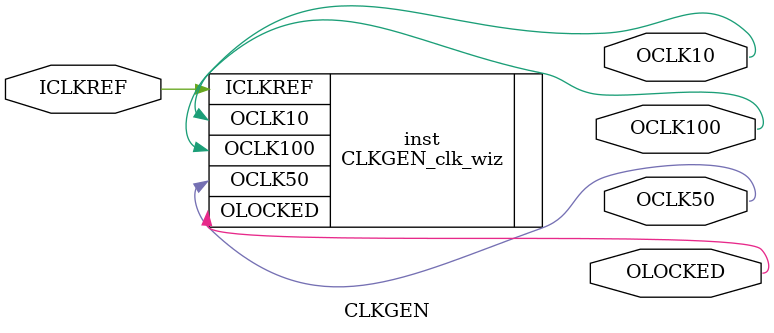
<source format=v>


`timescale 1ps/1ps

(* CORE_GENERATION_INFO = "CLKGEN,clk_wiz_v6_0_0_0,{component_name=CLKGEN,use_phase_alignment=true,use_min_o_jitter=false,use_max_i_jitter=false,use_dyn_phase_shift=false,use_inclk_switchover=false,use_dyn_reconfig=false,enable_axi=0,feedback_source=FDBK_AUTO,PRIMITIVE=MMCM,num_out_clk=3,clkin1_period=83.333,clkin2_period=10.0,use_power_down=false,use_reset=false,use_locked=true,use_inclk_stopped=false,feedback_type=SINGLE,CLOCK_MGR_TYPE=NA,manual_override=false}" *)

module CLKGEN 
 (
  // Clock out ports
  output        OCLK100,
  output        OCLK50,
  output        OCLK10,
  // Status and control signals
  output        OLOCKED,
 // Clock in ports
  input         ICLKREF
 );

  CLKGEN_clk_wiz inst
  (
  // Clock out ports  
  .OCLK100(OCLK100),
  .OCLK50(OCLK50),
  .OCLK10(OCLK10),
  // Status and control signals               
  .OLOCKED(OLOCKED),
 // Clock in ports
  .ICLKREF(ICLKREF)
  );

endmodule

</source>
